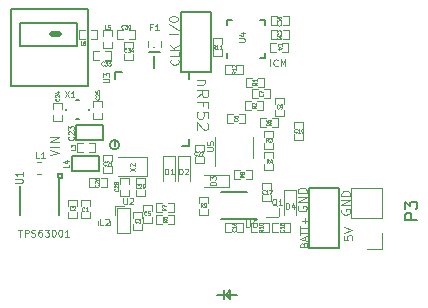
<source format=gto>
G04 #@! TF.GenerationSoftware,KiCad,Pcbnew,(5.0.0)*
G04 #@! TF.CreationDate,2019-04-04T15:00:13-04:00*
G04 #@! TF.ProjectId,motion_ppg,6D6F74696F6E5F7070672E6B69636164,rev?*
G04 #@! TF.SameCoordinates,Original*
G04 #@! TF.FileFunction,Legend,Top*
G04 #@! TF.FilePolarity,Positive*
%FSLAX46Y46*%
G04 Gerber Fmt 4.6, Leading zero omitted, Abs format (unit mm)*
G04 Created by KiCad (PCBNEW (5.0.0)) date 04/04/19 15:00:13*
%MOMM*%
%LPD*%
G01*
G04 APERTURE LIST*
%ADD10C,0.090000*%
%ADD11C,0.070000*%
%ADD12C,0.100000*%
%ADD13C,0.200000*%
%ADD14C,0.150000*%
%ADD15C,0.125000*%
%ADD16C,0.500000*%
%ADD17C,0.120000*%
%ADD18C,0.071120*%
%ADD19C,0.152400*%
%ADD20C,0.127000*%
%ADD21C,0.080000*%
%ADD22C,0.114300*%
%ADD23C,0.092000*%
%ADD24C,0.095000*%
G04 APERTURE END LIST*
D10*
X287817142Y-130381428D02*
X287817142Y-129781428D01*
X288445714Y-130324285D02*
X288417142Y-130352857D01*
X288331428Y-130381428D01*
X288274285Y-130381428D01*
X288188571Y-130352857D01*
X288131428Y-130295714D01*
X288102857Y-130238571D01*
X288074285Y-130124285D01*
X288074285Y-130038571D01*
X288102857Y-129924285D01*
X288131428Y-129867142D01*
X288188571Y-129810000D01*
X288274285Y-129781428D01*
X288331428Y-129781428D01*
X288417142Y-129810000D01*
X288445714Y-129838571D01*
X288702857Y-130381428D02*
X288702857Y-129781428D01*
X288902857Y-130210000D01*
X289102857Y-129781428D01*
X289102857Y-130381428D01*
D11*
X290637142Y-145482857D02*
X290665714Y-145397142D01*
X290694285Y-145368571D01*
X290751428Y-145340000D01*
X290837142Y-145340000D01*
X290894285Y-145368571D01*
X290922857Y-145397142D01*
X290951428Y-145454285D01*
X290951428Y-145682857D01*
X290351428Y-145682857D01*
X290351428Y-145482857D01*
X290380000Y-145425714D01*
X290408571Y-145397142D01*
X290465714Y-145368571D01*
X290522857Y-145368571D01*
X290580000Y-145397142D01*
X290608571Y-145425714D01*
X290637142Y-145482857D01*
X290637142Y-145682857D01*
X290780000Y-145111428D02*
X290780000Y-144825714D01*
X290951428Y-145168571D02*
X290351428Y-144968571D01*
X290951428Y-144768571D01*
X290351428Y-144654285D02*
X290351428Y-144311428D01*
X290951428Y-144482857D02*
X290351428Y-144482857D01*
X290351428Y-144197142D02*
X290351428Y-143854285D01*
X290951428Y-144025714D02*
X290351428Y-144025714D01*
X290722857Y-143654285D02*
X290722857Y-143197142D01*
X290951428Y-143425714D02*
X290494285Y-143425714D01*
D12*
X294029285Y-144712857D02*
X294029285Y-145070000D01*
X294386428Y-145105714D01*
X294350714Y-145070000D01*
X294315000Y-144998571D01*
X294315000Y-144820000D01*
X294350714Y-144748571D01*
X294386428Y-144712857D01*
X294457857Y-144677142D01*
X294636428Y-144677142D01*
X294707857Y-144712857D01*
X294743571Y-144748571D01*
X294779285Y-144820000D01*
X294779285Y-144998571D01*
X294743571Y-145070000D01*
X294707857Y-145105714D01*
X294029285Y-144462857D02*
X294779285Y-144212857D01*
X294029285Y-143962857D01*
X290205000Y-142221428D02*
X290169285Y-142292857D01*
X290169285Y-142400000D01*
X290205000Y-142507142D01*
X290276428Y-142578571D01*
X290347857Y-142614285D01*
X290490714Y-142650000D01*
X290597857Y-142650000D01*
X290740714Y-142614285D01*
X290812142Y-142578571D01*
X290883571Y-142507142D01*
X290919285Y-142400000D01*
X290919285Y-142328571D01*
X290883571Y-142221428D01*
X290847857Y-142185714D01*
X290597857Y-142185714D01*
X290597857Y-142328571D01*
X290919285Y-141864285D02*
X290169285Y-141864285D01*
X290919285Y-141435714D01*
X290169285Y-141435714D01*
X290919285Y-141078571D02*
X290169285Y-141078571D01*
X290169285Y-140900000D01*
X290205000Y-140792857D01*
X290276428Y-140721428D01*
X290347857Y-140685714D01*
X290490714Y-140650000D01*
X290597857Y-140650000D01*
X290740714Y-140685714D01*
X290812142Y-140721428D01*
X290883571Y-140792857D01*
X290919285Y-140900000D01*
X290919285Y-141078571D01*
D10*
X266484285Y-144201428D02*
X266827142Y-144201428D01*
X266655714Y-144801428D02*
X266655714Y-144201428D01*
X267027142Y-144801428D02*
X267027142Y-144201428D01*
X267255714Y-144201428D01*
X267312857Y-144230000D01*
X267341428Y-144258571D01*
X267370000Y-144315714D01*
X267370000Y-144401428D01*
X267341428Y-144458571D01*
X267312857Y-144487142D01*
X267255714Y-144515714D01*
X267027142Y-144515714D01*
X267598571Y-144772857D02*
X267684285Y-144801428D01*
X267827142Y-144801428D01*
X267884285Y-144772857D01*
X267912857Y-144744285D01*
X267941428Y-144687142D01*
X267941428Y-144630000D01*
X267912857Y-144572857D01*
X267884285Y-144544285D01*
X267827142Y-144515714D01*
X267712857Y-144487142D01*
X267655714Y-144458571D01*
X267627142Y-144430000D01*
X267598571Y-144372857D01*
X267598571Y-144315714D01*
X267627142Y-144258571D01*
X267655714Y-144230000D01*
X267712857Y-144201428D01*
X267855714Y-144201428D01*
X267941428Y-144230000D01*
X268455714Y-144201428D02*
X268341428Y-144201428D01*
X268284285Y-144230000D01*
X268255714Y-144258571D01*
X268198571Y-144344285D01*
X268170000Y-144458571D01*
X268170000Y-144687142D01*
X268198571Y-144744285D01*
X268227142Y-144772857D01*
X268284285Y-144801428D01*
X268398571Y-144801428D01*
X268455714Y-144772857D01*
X268484285Y-144744285D01*
X268512857Y-144687142D01*
X268512857Y-144544285D01*
X268484285Y-144487142D01*
X268455714Y-144458571D01*
X268398571Y-144430000D01*
X268284285Y-144430000D01*
X268227142Y-144458571D01*
X268198571Y-144487142D01*
X268170000Y-144544285D01*
X268712857Y-144201428D02*
X269084285Y-144201428D01*
X268884285Y-144430000D01*
X268970000Y-144430000D01*
X269027142Y-144458571D01*
X269055714Y-144487142D01*
X269084285Y-144544285D01*
X269084285Y-144687142D01*
X269055714Y-144744285D01*
X269027142Y-144772857D01*
X268970000Y-144801428D01*
X268798571Y-144801428D01*
X268741428Y-144772857D01*
X268712857Y-144744285D01*
X269455714Y-144201428D02*
X269512857Y-144201428D01*
X269570000Y-144230000D01*
X269598571Y-144258571D01*
X269627142Y-144315714D01*
X269655714Y-144430000D01*
X269655714Y-144572857D01*
X269627142Y-144687142D01*
X269598571Y-144744285D01*
X269570000Y-144772857D01*
X269512857Y-144801428D01*
X269455714Y-144801428D01*
X269398571Y-144772857D01*
X269370000Y-144744285D01*
X269341428Y-144687142D01*
X269312857Y-144572857D01*
X269312857Y-144430000D01*
X269341428Y-144315714D01*
X269370000Y-144258571D01*
X269398571Y-144230000D01*
X269455714Y-144201428D01*
X270027142Y-144201428D02*
X270084285Y-144201428D01*
X270141428Y-144230000D01*
X270170000Y-144258571D01*
X270198571Y-144315714D01*
X270227142Y-144430000D01*
X270227142Y-144572857D01*
X270198571Y-144687142D01*
X270170000Y-144744285D01*
X270141428Y-144772857D01*
X270084285Y-144801428D01*
X270027142Y-144801428D01*
X269970000Y-144772857D01*
X269941428Y-144744285D01*
X269912857Y-144687142D01*
X269884285Y-144572857D01*
X269884285Y-144430000D01*
X269912857Y-144315714D01*
X269941428Y-144258571D01*
X269970000Y-144230000D01*
X270027142Y-144201428D01*
X270798571Y-144801428D02*
X270455714Y-144801428D01*
X270627142Y-144801428D02*
X270627142Y-144201428D01*
X270570000Y-144287142D01*
X270512857Y-144344285D01*
X270455714Y-144372857D01*
D13*
X277550000Y-129140000D02*
X278460000Y-129140000D01*
X277980000Y-128770000D02*
X277980000Y-128700000D01*
X278000000Y-130530000D02*
X278000000Y-129530000D01*
D12*
X279976666Y-127633333D02*
X279276666Y-127633333D01*
X279243333Y-126800000D02*
X280143333Y-127400000D01*
X279276666Y-126433333D02*
X279276666Y-126300000D01*
X279310000Y-126233333D01*
X279376666Y-126166666D01*
X279510000Y-126133333D01*
X279743333Y-126133333D01*
X279876666Y-126166666D01*
X279943333Y-126233333D01*
X279976666Y-126300000D01*
X279976666Y-126433333D01*
X279943333Y-126500000D01*
X279876666Y-126566666D01*
X279743333Y-126600000D01*
X279510000Y-126600000D01*
X279376666Y-126566666D01*
X279310000Y-126500000D01*
X279276666Y-126433333D01*
D13*
X265900000Y-132000000D02*
X265900000Y-125500000D01*
X272400000Y-132000000D02*
X265900000Y-132000000D01*
X272400000Y-125500000D02*
X272400000Y-132000000D01*
X265900000Y-125500000D02*
X272400000Y-125500000D01*
X284232500Y-149712500D02*
X284332500Y-149612500D01*
X284232500Y-149812500D02*
X284332500Y-149812500D01*
D14*
X285032500Y-149712500D02*
X283332500Y-149712500D01*
X283932500Y-150112500D02*
X283932500Y-149312500D01*
D13*
X284432500Y-149312500D02*
X284032500Y-149712500D01*
X284432500Y-150112500D02*
X284032500Y-149712500D01*
X284432500Y-149312500D02*
X284432500Y-150112500D01*
D15*
X282254285Y-131504761D02*
X281587619Y-131504761D01*
X282159047Y-131504761D02*
X282206666Y-131552380D01*
X282254285Y-131647619D01*
X282254285Y-131790476D01*
X282206666Y-131885714D01*
X282111428Y-131933333D01*
X281587619Y-131933333D01*
X281587619Y-132980952D02*
X282063809Y-132647619D01*
X281587619Y-132409523D02*
X282587619Y-132409523D01*
X282587619Y-132790476D01*
X282540000Y-132885714D01*
X282492380Y-132933333D01*
X282397142Y-132980952D01*
X282254285Y-132980952D01*
X282159047Y-132933333D01*
X282111428Y-132885714D01*
X282063809Y-132790476D01*
X282063809Y-132409523D01*
X282111428Y-133742857D02*
X282111428Y-133409523D01*
X281587619Y-133409523D02*
X282587619Y-133409523D01*
X282587619Y-133885714D01*
X282587619Y-134742857D02*
X282587619Y-134266666D01*
X282111428Y-134219047D01*
X282159047Y-134266666D01*
X282206666Y-134361904D01*
X282206666Y-134600000D01*
X282159047Y-134695238D01*
X282111428Y-134742857D01*
X282016190Y-134790476D01*
X281778095Y-134790476D01*
X281682857Y-134742857D01*
X281635238Y-134695238D01*
X281587619Y-134600000D01*
X281587619Y-134361904D01*
X281635238Y-134266666D01*
X281682857Y-134219047D01*
X282492380Y-135171428D02*
X282540000Y-135219047D01*
X282587619Y-135314285D01*
X282587619Y-135552380D01*
X282540000Y-135647619D01*
X282492380Y-135695238D01*
X282397142Y-135742857D01*
X282301904Y-135742857D01*
X282159047Y-135695238D01*
X281587619Y-135123809D01*
X281587619Y-135742857D01*
D13*
X270243607Y-139655000D02*
G75*
G03X270243607Y-139655000I-223607J0D01*
G01*
X275033113Y-137010000D02*
G75*
G03X275033113Y-137010000I-403113J0D01*
G01*
D12*
X280000000Y-129816666D02*
X280033333Y-129850000D01*
X280066666Y-129950000D01*
X280066666Y-130016666D01*
X280033333Y-130116666D01*
X279966666Y-130183333D01*
X279900000Y-130216666D01*
X279766666Y-130250000D01*
X279666666Y-130250000D01*
X279533333Y-130216666D01*
X279466666Y-130183333D01*
X279400000Y-130116666D01*
X279366666Y-130016666D01*
X279366666Y-129950000D01*
X279400000Y-129850000D01*
X279433333Y-129816666D01*
X280066666Y-129183333D02*
X280066666Y-129516666D01*
X279366666Y-129516666D01*
X280066666Y-128950000D02*
X279366666Y-128950000D01*
X280066666Y-128550000D02*
X279666666Y-128850000D01*
X279366666Y-128550000D02*
X279766666Y-128950000D01*
X293875000Y-142491428D02*
X293839285Y-142562857D01*
X293839285Y-142670000D01*
X293875000Y-142777142D01*
X293946428Y-142848571D01*
X294017857Y-142884285D01*
X294160714Y-142920000D01*
X294267857Y-142920000D01*
X294410714Y-142884285D01*
X294482142Y-142848571D01*
X294553571Y-142777142D01*
X294589285Y-142670000D01*
X294589285Y-142598571D01*
X294553571Y-142491428D01*
X294517857Y-142455714D01*
X294267857Y-142455714D01*
X294267857Y-142598571D01*
X294589285Y-142134285D02*
X293839285Y-142134285D01*
X294589285Y-141705714D01*
X293839285Y-141705714D01*
X294589285Y-141348571D02*
X293839285Y-141348571D01*
X293839285Y-141170000D01*
X293875000Y-141062857D01*
X293946428Y-140991428D01*
X294017857Y-140955714D01*
X294160714Y-140920000D01*
X294267857Y-140920000D01*
X294410714Y-140955714D01*
X294482142Y-140991428D01*
X294553571Y-141062857D01*
X294589285Y-141170000D01*
X294589285Y-141348571D01*
X269199285Y-137921428D02*
X269949285Y-137671428D01*
X269199285Y-137421428D01*
X269949285Y-137171428D02*
X269199285Y-137171428D01*
X269949285Y-136814285D02*
X269199285Y-136814285D01*
X269949285Y-136385714D01*
X269199285Y-136385714D01*
D16*
X269900000Y-127673000D02*
X269320000Y-127673000D01*
D17*
G04 #@! TO.C,U5*
X283110000Y-136340000D02*
X283110000Y-138790000D01*
X286330000Y-138140000D02*
X286330000Y-136340000D01*
D18*
G04 #@! TO.C,C10*
X290601000Y-135068000D02*
X290601000Y-135576000D01*
X289839000Y-135068000D02*
X290601000Y-135068000D01*
X289839000Y-135576000D02*
X289839000Y-135068000D01*
X290601000Y-136592000D02*
X290601000Y-136084000D01*
X289839000Y-136592000D02*
X290601000Y-136592000D01*
X289839000Y-136084000D02*
X289839000Y-136592000D01*
G04 #@! TO.C,C9*
X288199000Y-134044000D02*
X288199000Y-134552000D01*
X288199000Y-134552000D02*
X288961000Y-134552000D01*
X288961000Y-134552000D02*
X288961000Y-134044000D01*
X288199000Y-133536000D02*
X288199000Y-133028000D01*
X288199000Y-133028000D02*
X288961000Y-133028000D01*
X288961000Y-133028000D02*
X288961000Y-133536000D01*
G04 #@! TO.C,C7*
X286277580Y-132319000D02*
X286785580Y-132319000D01*
X286277580Y-133081000D02*
X286277580Y-132319000D01*
X286785580Y-133081000D02*
X286277580Y-133081000D01*
X287801580Y-132319000D02*
X287293580Y-132319000D01*
X287801580Y-133081000D02*
X287801580Y-132319000D01*
X287293580Y-133081000D02*
X287801580Y-133081000D01*
G04 #@! TO.C,R8*
X285723580Y-139951000D02*
X286231580Y-139951000D01*
X286231580Y-139951000D02*
X286231580Y-139189000D01*
X286231580Y-139189000D02*
X285723580Y-139189000D01*
X285215580Y-139951000D02*
X284707580Y-139951000D01*
X284707580Y-139951000D02*
X284707580Y-139189000D01*
X284707580Y-139189000D02*
X285215580Y-139189000D01*
G04 #@! TO.C,R6*
X286927580Y-134769000D02*
X287435580Y-134769000D01*
X286927580Y-135531000D02*
X286927580Y-134769000D01*
X287435580Y-135531000D02*
X286927580Y-135531000D01*
X288451580Y-134769000D02*
X287943580Y-134769000D01*
X288451580Y-135531000D02*
X288451580Y-134769000D01*
X287943580Y-135531000D02*
X288451580Y-135531000D01*
G04 #@! TO.C,R4*
X287329000Y-138674000D02*
X287329000Y-139182000D01*
X287329000Y-139182000D02*
X288091000Y-139182000D01*
X288091000Y-139182000D02*
X288091000Y-138674000D01*
X287329000Y-138166000D02*
X287329000Y-137658000D01*
X287329000Y-137658000D02*
X288091000Y-137658000D01*
X288091000Y-137658000D02*
X288091000Y-138166000D01*
G04 #@! TO.C,R3*
X288081000Y-135828000D02*
X288081000Y-136336000D01*
X287319000Y-135828000D02*
X288081000Y-135828000D01*
X287319000Y-136336000D02*
X287319000Y-135828000D01*
X288081000Y-137352000D02*
X288081000Y-136844000D01*
X287319000Y-137352000D02*
X288081000Y-137352000D01*
X287319000Y-136844000D02*
X287319000Y-137352000D01*
G04 #@! TO.C,R2*
X286724420Y-134101000D02*
X287232420Y-134101000D01*
X287232420Y-134101000D02*
X287232420Y-133339000D01*
X287232420Y-133339000D02*
X286724420Y-133339000D01*
X286216420Y-134101000D02*
X285708420Y-134101000D01*
X285708420Y-134101000D02*
X285708420Y-133339000D01*
X285708420Y-133339000D02*
X286216420Y-133339000D01*
G04 #@! TO.C,C6*
X284646000Y-134399000D02*
X284138000Y-134399000D01*
X284138000Y-134399000D02*
X284138000Y-135161000D01*
X284138000Y-135161000D02*
X284646000Y-135161000D01*
X285154000Y-134399000D02*
X285662000Y-134399000D01*
X285662000Y-134399000D02*
X285662000Y-135161000D01*
X285662000Y-135161000D02*
X285154000Y-135161000D01*
G04 #@! TO.C,R1*
X285738420Y-131339000D02*
X286246420Y-131339000D01*
X285738420Y-132101000D02*
X285738420Y-131339000D01*
X286246420Y-132101000D02*
X285738420Y-132101000D01*
X287262420Y-131339000D02*
X286754420Y-131339000D01*
X287262420Y-132101000D02*
X287262420Y-131339000D01*
X286754420Y-132101000D02*
X287262420Y-132101000D01*
D17*
G04 #@! TO.C,U2*
X274670000Y-142190000D02*
X274670000Y-142940000D01*
X274670000Y-142190000D02*
X274670000Y-142190000D01*
X275420000Y-142190000D02*
X274670000Y-142190000D01*
X274870000Y-144490000D02*
X275970000Y-144490000D01*
X275970000Y-142390000D02*
X275970000Y-144490000D01*
X275970000Y-142390000D02*
X274870000Y-142390000D01*
X274870000Y-142390000D02*
X274870000Y-144490000D01*
D18*
G04 #@! TO.C,C5*
X277811000Y-142585580D02*
X277811000Y-142077580D01*
X277811000Y-142077580D02*
X277049000Y-142077580D01*
X277049000Y-142077580D02*
X277049000Y-142585580D01*
X277811000Y-143093580D02*
X277811000Y-143601580D01*
X277811000Y-143601580D02*
X277049000Y-143601580D01*
X277049000Y-143601580D02*
X277049000Y-143093580D01*
G04 #@! TO.C,C3*
X276931000Y-142688420D02*
X276931000Y-143196420D01*
X276169000Y-142688420D02*
X276931000Y-142688420D01*
X276169000Y-143196420D02*
X276169000Y-142688420D01*
X276931000Y-144212420D02*
X276931000Y-143704420D01*
X276169000Y-144212420D02*
X276931000Y-144212420D01*
X276169000Y-143704420D02*
X276169000Y-144212420D01*
D17*
G04 #@! TO.C,L1*
X268079721Y-138440000D02*
X268405279Y-138440000D01*
X268079721Y-139460000D02*
X268405279Y-139460000D01*
D18*
G04 #@! TO.C,C4*
X289352420Y-129141000D02*
X288844420Y-129141000D01*
X289352420Y-128379000D02*
X289352420Y-129141000D01*
X288844420Y-128379000D02*
X289352420Y-128379000D01*
X287828420Y-129141000D02*
X288336420Y-129141000D01*
X287828420Y-128379000D02*
X287828420Y-129141000D01*
X288336420Y-128379000D02*
X287828420Y-128379000D01*
G04 #@! TO.C,C35*
X288863580Y-128031000D02*
X289371580Y-128031000D01*
X289371580Y-128031000D02*
X289371580Y-127269000D01*
X289371580Y-127269000D02*
X288863580Y-127269000D01*
X288355580Y-128031000D02*
X287847580Y-128031000D01*
X287847580Y-128031000D02*
X287847580Y-127269000D01*
X287847580Y-127269000D02*
X288355580Y-127269000D01*
D14*
G04 #@! TO.C,U4*
X287350000Y-129680000D02*
X286950000Y-129680000D01*
X287350000Y-129680000D02*
X287350000Y-129280000D01*
X287350000Y-126480000D02*
X286950000Y-126480000D01*
X287350000Y-126480000D02*
X287350000Y-126880000D01*
X284150000Y-126480000D02*
X284550000Y-126480000D01*
X284150000Y-126480000D02*
X284150000Y-126880000D01*
X284150000Y-129680000D02*
X284150000Y-129280000D01*
D17*
G04 #@! TO.C,P3*
X297320000Y-140640000D02*
X294660000Y-140640000D01*
X297320000Y-143240000D02*
X297320000Y-140640000D01*
X294660000Y-143240000D02*
X294660000Y-140640000D01*
X297320000Y-143240000D02*
X294660000Y-143240000D01*
X297320000Y-144510000D02*
X297320000Y-145840000D01*
X297320000Y-145840000D02*
X295990000Y-145840000D01*
D18*
G04 #@! TO.C,R5*
X278616000Y-142939000D02*
X278108000Y-142939000D01*
X278108000Y-142939000D02*
X278108000Y-143701000D01*
X278108000Y-143701000D02*
X278616000Y-143701000D01*
X279124000Y-142939000D02*
X279632000Y-142939000D01*
X279632000Y-142939000D02*
X279632000Y-143701000D01*
X279632000Y-143701000D02*
X279124000Y-143701000D01*
D17*
G04 #@! TO.C,D4*
X290020000Y-140880000D02*
X289020000Y-140880000D01*
X289020000Y-140880000D02*
X289020000Y-142980000D01*
X290020000Y-140880000D02*
X290020000Y-142980000D01*
D18*
G04 #@! TO.C,C18*
X288506000Y-143629000D02*
X287998000Y-143629000D01*
X287998000Y-143629000D02*
X287998000Y-144391000D01*
X287998000Y-144391000D02*
X288506000Y-144391000D01*
X289014000Y-143629000D02*
X289522000Y-143629000D01*
X289522000Y-143629000D02*
X289522000Y-144391000D01*
X289522000Y-144391000D02*
X289014000Y-144391000D01*
G04 #@! TO.C,R10*
X286726000Y-143629000D02*
X286218000Y-143629000D01*
X286218000Y-143629000D02*
X286218000Y-144391000D01*
X286218000Y-144391000D02*
X286726000Y-144391000D01*
X287234000Y-143629000D02*
X287742000Y-143629000D01*
X287742000Y-143629000D02*
X287742000Y-144391000D01*
X287742000Y-144391000D02*
X287234000Y-144391000D01*
G04 #@! TO.C,C16*
X285004000Y-144401000D02*
X285512000Y-144401000D01*
X285512000Y-144401000D02*
X285512000Y-143639000D01*
X285512000Y-143639000D02*
X285004000Y-143639000D01*
X284496000Y-144401000D02*
X283988000Y-144401000D01*
X283988000Y-144401000D02*
X283988000Y-143639000D01*
X283988000Y-143639000D02*
X284496000Y-143639000D01*
G04 #@! TO.C,R9*
X281759000Y-142444000D02*
X281759000Y-142952000D01*
X281759000Y-142952000D02*
X282521000Y-142952000D01*
X282521000Y-142952000D02*
X282521000Y-142444000D01*
X281759000Y-141936000D02*
X281759000Y-141428000D01*
X281759000Y-141428000D02*
X282521000Y-141428000D01*
X282521000Y-141428000D02*
X282521000Y-141936000D01*
G04 #@! TO.C,C17*
X287109000Y-141274000D02*
X287109000Y-141782000D01*
X287109000Y-141782000D02*
X287871000Y-141782000D01*
X287871000Y-141782000D02*
X287871000Y-141274000D01*
X287109000Y-140766000D02*
X287109000Y-140258000D01*
X287109000Y-140258000D02*
X287871000Y-140258000D01*
X287871000Y-140258000D02*
X287871000Y-140766000D01*
D17*
G04 #@! TO.C,D3*
X284340000Y-140550000D02*
X284340000Y-139550000D01*
X284340000Y-139550000D02*
X282240000Y-139550000D01*
X284340000Y-140550000D02*
X282240000Y-140550000D01*
D18*
G04 #@! TO.C,C22*
X282181000Y-137516000D02*
X282181000Y-137008000D01*
X282181000Y-137008000D02*
X281419000Y-137008000D01*
X281419000Y-137008000D02*
X281419000Y-137516000D01*
X282181000Y-138024000D02*
X282181000Y-138532000D01*
X282181000Y-138532000D02*
X281419000Y-138532000D01*
X281419000Y-138532000D02*
X281419000Y-138024000D01*
G04 #@! TO.C,R7*
X278616420Y-141979000D02*
X278108420Y-141979000D01*
X278108420Y-141979000D02*
X278108420Y-142741000D01*
X278108420Y-142741000D02*
X278616420Y-142741000D01*
X279124420Y-141979000D02*
X279632420Y-141979000D01*
X279632420Y-141979000D02*
X279632420Y-142741000D01*
X279632420Y-142741000D02*
X279124420Y-142741000D01*
D14*
G04 #@! TO.C,U1*
X266670000Y-140525000D02*
X266670000Y-142975000D01*
X269970000Y-139800000D02*
X269970000Y-142975000D01*
D18*
G04 #@! TO.C,C21*
X273689000Y-138854000D02*
X273689000Y-139362000D01*
X273689000Y-139362000D02*
X274451000Y-139362000D01*
X274451000Y-139362000D02*
X274451000Y-138854000D01*
X273689000Y-138346000D02*
X273689000Y-137838000D01*
X273689000Y-137838000D02*
X274451000Y-137838000D01*
X274451000Y-137838000D02*
X274451000Y-138346000D01*
G04 #@! TO.C,R12*
X284984000Y-130991000D02*
X285492000Y-130991000D01*
X285492000Y-130991000D02*
X285492000Y-130229000D01*
X285492000Y-130229000D02*
X284984000Y-130229000D01*
X284476000Y-130991000D02*
X283968000Y-130991000D01*
X283968000Y-130991000D02*
X283968000Y-130229000D01*
X283968000Y-130229000D02*
X284476000Y-130229000D01*
G04 #@! TO.C,R11*
X283691000Y-128485580D02*
X283691000Y-127977580D01*
X283691000Y-127977580D02*
X282929000Y-127977580D01*
X282929000Y-127977580D02*
X282929000Y-128485580D01*
X283691000Y-128993580D02*
X283691000Y-129501580D01*
X283691000Y-129501580D02*
X282929000Y-129501580D01*
X282929000Y-129501580D02*
X282929000Y-128993580D01*
G04 #@! TO.C,C36*
X288864420Y-126911000D02*
X289372420Y-126911000D01*
X289372420Y-126911000D02*
X289372420Y-126149000D01*
X289372420Y-126149000D02*
X288864420Y-126149000D01*
X288356420Y-126911000D02*
X287848420Y-126911000D01*
X287848420Y-126911000D02*
X287848420Y-126149000D01*
X287848420Y-126149000D02*
X288356420Y-126149000D01*
D17*
G04 #@! TO.C,F1*
X277470000Y-128250000D02*
X277470000Y-128750000D01*
X278530000Y-128750000D02*
X278530000Y-128250000D01*
D18*
G04 #@! TO.C,C34*
X275459000Y-129294000D02*
X275459000Y-129802000D01*
X275459000Y-129802000D02*
X276221000Y-129802000D01*
X276221000Y-129802000D02*
X276221000Y-129294000D01*
X275459000Y-128786000D02*
X275459000Y-128278000D01*
X275459000Y-128278000D02*
X276221000Y-128278000D01*
X276221000Y-128278000D02*
X276221000Y-128786000D01*
G04 #@! TO.C,C33*
X273346000Y-129069000D02*
X272838000Y-129069000D01*
X272838000Y-129069000D02*
X272838000Y-129831000D01*
X272838000Y-129831000D02*
X273346000Y-129831000D01*
X273854000Y-129069000D02*
X274362000Y-129069000D01*
X274362000Y-129069000D02*
X274362000Y-129831000D01*
X274362000Y-129831000D02*
X273854000Y-129831000D01*
D19*
G04 #@! TO.C,P2*
X282770000Y-130830000D02*
X280230000Y-130830000D01*
X280230000Y-130830000D02*
X280230000Y-125750000D01*
X280230000Y-125750000D02*
X282770000Y-125750000D01*
X282770000Y-125750000D02*
X282770000Y-130830000D01*
D17*
G04 #@! TO.C,D2*
X280990000Y-137950000D02*
X279990000Y-137950000D01*
X279990000Y-137950000D02*
X279990000Y-140050000D01*
X280990000Y-137950000D02*
X280990000Y-140050000D01*
D18*
G04 #@! TO.C,C2*
X270659000Y-142704000D02*
X270659000Y-143212000D01*
X270659000Y-143212000D02*
X271421000Y-143212000D01*
X271421000Y-143212000D02*
X271421000Y-142704000D01*
X270659000Y-142196000D02*
X270659000Y-141688000D01*
X270659000Y-141688000D02*
X271421000Y-141688000D01*
X271421000Y-141688000D02*
X271421000Y-142196000D01*
G04 #@! TO.C,C1*
X271759000Y-142714000D02*
X271759000Y-143222000D01*
X271759000Y-143222000D02*
X272521000Y-143222000D01*
X272521000Y-143222000D02*
X272521000Y-142714000D01*
X271759000Y-142206000D02*
X271759000Y-141698000D01*
X271759000Y-141698000D02*
X272521000Y-141698000D01*
X272521000Y-141698000D02*
X272521000Y-142206000D01*
D17*
G04 #@! TO.C,D1*
X279740000Y-137950000D02*
X278740000Y-137950000D01*
X278740000Y-137950000D02*
X278740000Y-140050000D01*
X279740000Y-137950000D02*
X279740000Y-140050000D01*
D19*
G04 #@! TO.C,P1*
X293650000Y-145720000D02*
X291110000Y-145720000D01*
X291110000Y-145720000D02*
X291110000Y-140640000D01*
X291110000Y-140640000D02*
X293650000Y-140640000D01*
X293650000Y-140640000D02*
X293650000Y-145720000D01*
D20*
G04 #@! TO.C,L4*
X273313000Y-139255000D02*
X271027000Y-139255000D01*
X271027000Y-139255000D02*
X271027000Y-137985000D01*
X271027000Y-137985000D02*
X273313000Y-137985000D01*
X273313000Y-137985000D02*
X273313000Y-139255000D01*
D14*
G04 #@! TO.C,X1*
X272500000Y-134050000D02*
X272500000Y-134100000D01*
X272500000Y-134050000D02*
X272500000Y-134000000D01*
X270500000Y-134050000D02*
X270500000Y-134100000D01*
X270500000Y-134050000D02*
X270500000Y-134000000D01*
X271500000Y-134850000D02*
X271650000Y-134850000D01*
X271500000Y-134850000D02*
X271350000Y-134850000D01*
X271500000Y-133250000D02*
X271650000Y-133250000D01*
X271500000Y-133250000D02*
X271350000Y-133250000D01*
D18*
G04 #@! TO.C,C28*
X275831000Y-140296000D02*
X275831000Y-139788000D01*
X275831000Y-139788000D02*
X275069000Y-139788000D01*
X275069000Y-139788000D02*
X275069000Y-140296000D01*
X275831000Y-140804000D02*
X275831000Y-141312000D01*
X275831000Y-141312000D02*
X275069000Y-141312000D01*
X275069000Y-141312000D02*
X275069000Y-140804000D01*
G04 #@! TO.C,C26*
X273454000Y-140581000D02*
X273962000Y-140581000D01*
X273962000Y-140581000D02*
X273962000Y-139819000D01*
X273962000Y-139819000D02*
X273454000Y-139819000D01*
X272946000Y-140581000D02*
X272438000Y-140581000D01*
X272438000Y-140581000D02*
X272438000Y-139819000D01*
X272438000Y-139819000D02*
X272946000Y-139819000D01*
G04 #@! TO.C,C24*
X270181000Y-133946000D02*
X270181000Y-133438000D01*
X270181000Y-133438000D02*
X269419000Y-133438000D01*
X269419000Y-133438000D02*
X269419000Y-133946000D01*
X270181000Y-134454000D02*
X270181000Y-134962000D01*
X270181000Y-134962000D02*
X269419000Y-134962000D01*
X269419000Y-134962000D02*
X269419000Y-134454000D01*
G04 #@! TO.C,C25*
X272819000Y-134354000D02*
X272819000Y-134862000D01*
X272819000Y-134862000D02*
X273581000Y-134862000D01*
X273581000Y-134862000D02*
X273581000Y-134354000D01*
X272819000Y-133846000D02*
X272819000Y-133338000D01*
X272819000Y-133338000D02*
X273581000Y-133338000D01*
X273581000Y-133338000D02*
X273581000Y-133846000D01*
G04 #@! TO.C,C29*
X277231000Y-140296000D02*
X277231000Y-139788000D01*
X277231000Y-139788000D02*
X276469000Y-139788000D01*
X276469000Y-139788000D02*
X276469000Y-140296000D01*
X277231000Y-140804000D02*
X277231000Y-141312000D01*
X277231000Y-141312000D02*
X276469000Y-141312000D01*
X276469000Y-141312000D02*
X276469000Y-140804000D01*
D14*
G04 #@! TO.C,A1*
X266645000Y-126673000D02*
X271445000Y-126673000D01*
X271445000Y-126673000D02*
X271445000Y-128673000D01*
X271345000Y-128673000D02*
X266645000Y-128673000D01*
X266645000Y-128673000D02*
X266645000Y-126673000D01*
X271445000Y-128673000D02*
X271345000Y-128673000D01*
D18*
G04 #@! TO.C,L6*
X272654000Y-128081000D02*
X273162000Y-128081000D01*
X273162000Y-128081000D02*
X273162000Y-127319000D01*
X273162000Y-127319000D02*
X272654000Y-127319000D01*
X272146000Y-128081000D02*
X271638000Y-128081000D01*
X271638000Y-128081000D02*
X271638000Y-127319000D01*
X271638000Y-127319000D02*
X272146000Y-127319000D01*
G04 #@! TO.C,L5*
X274381000Y-127846000D02*
X274381000Y-127338000D01*
X274381000Y-127338000D02*
X273619000Y-127338000D01*
X273619000Y-127338000D02*
X273619000Y-127846000D01*
X274381000Y-128354000D02*
X274381000Y-128862000D01*
X274381000Y-128862000D02*
X273619000Y-128862000D01*
X273619000Y-128862000D02*
X273619000Y-128354000D01*
G04 #@! TO.C,C30*
X275854000Y-128081000D02*
X276362000Y-128081000D01*
X276362000Y-128081000D02*
X276362000Y-127319000D01*
X276362000Y-127319000D02*
X275854000Y-127319000D01*
X275346000Y-128081000D02*
X274838000Y-128081000D01*
X274838000Y-128081000D02*
X274838000Y-127319000D01*
X274838000Y-127319000D02*
X275346000Y-127319000D01*
G04 #@! TO.C,L3*
X271926000Y-136889000D02*
X271418000Y-136889000D01*
X271418000Y-136889000D02*
X271418000Y-137651000D01*
X271418000Y-137651000D02*
X271926000Y-137651000D01*
X272434000Y-136889000D02*
X272942000Y-136889000D01*
X272942000Y-136889000D02*
X272942000Y-137651000D01*
X272942000Y-137651000D02*
X272434000Y-137651000D01*
D20*
G04 #@! TO.C,C23*
X273643000Y-136635000D02*
X271357000Y-136635000D01*
X271357000Y-136635000D02*
X271357000Y-135365000D01*
X271357000Y-135365000D02*
X273643000Y-135365000D01*
X273643000Y-135365000D02*
X273643000Y-136635000D01*
D14*
G04 #@! TO.C,U3*
X274675000Y-130875000D02*
X275275000Y-130875000D01*
X280925000Y-137125000D02*
X280325000Y-137125000D01*
X280925000Y-130875000D02*
X280325000Y-130875000D01*
X274675000Y-137125000D02*
X274675000Y-136525000D01*
X280925000Y-137125000D02*
X280925000Y-136525000D01*
X280925000Y-130875000D02*
X280925000Y-131475000D01*
X274675000Y-130875000D02*
X274675000Y-131475000D01*
D17*
G04 #@! TO.C,X2*
X274950000Y-139650000D02*
X277350000Y-139650000D01*
X277350000Y-139650000D02*
X277350000Y-138050000D01*
X277350000Y-138050000D02*
X274950000Y-138050000D01*
D14*
G04 #@! TO.C,U6*
X285835000Y-141015000D02*
X283685000Y-141015000D01*
X286660000Y-143265000D02*
X283685000Y-143265000D01*
D12*
G04 #@! TO.C,Q1*
X288590000Y-143080000D02*
X288590000Y-142380000D01*
X288460000Y-143155000D02*
X287460000Y-143155000D01*
D17*
G04 #@! TO.C,L2*
X273240000Y-143447221D02*
X273240000Y-143772779D01*
X274260000Y-143447221D02*
X274260000Y-143772779D01*
G04 #@! TO.C,U5*
D10*
X282496190Y-137520952D02*
X282900952Y-137520952D01*
X282948571Y-137497142D01*
X282972380Y-137473333D01*
X282996190Y-137425714D01*
X282996190Y-137330476D01*
X282972380Y-137282857D01*
X282948571Y-137259047D01*
X282900952Y-137235238D01*
X282496190Y-137235238D01*
X282496190Y-136759047D02*
X282496190Y-136997142D01*
X282734285Y-137020952D01*
X282710476Y-136997142D01*
X282686666Y-136949523D01*
X282686666Y-136830476D01*
X282710476Y-136782857D01*
X282734285Y-136759047D01*
X282781904Y-136735238D01*
X282900952Y-136735238D01*
X282948571Y-136759047D01*
X282972380Y-136782857D01*
X282996190Y-136830476D01*
X282996190Y-136949523D01*
X282972380Y-136997142D01*
X282948571Y-137020952D01*
G04 #@! TO.C,C10*
D18*
X290044057Y-135955185D02*
X290029542Y-135971877D01*
X289986000Y-135988568D01*
X289956971Y-135988568D01*
X289913428Y-135971877D01*
X289884400Y-135938494D01*
X289869885Y-135905111D01*
X289855371Y-135838345D01*
X289855371Y-135788271D01*
X289869885Y-135721505D01*
X289884400Y-135688122D01*
X289913428Y-135654740D01*
X289956971Y-135638048D01*
X289986000Y-135638048D01*
X290029542Y-135654740D01*
X290044057Y-135671431D01*
X290334342Y-135988568D02*
X290160171Y-135988568D01*
X290247257Y-135988568D02*
X290247257Y-135638048D01*
X290218228Y-135688122D01*
X290189200Y-135721505D01*
X290160171Y-135738197D01*
X290523028Y-135638048D02*
X290552057Y-135638048D01*
X290581085Y-135654740D01*
X290595600Y-135671431D01*
X290610114Y-135704814D01*
X290624628Y-135771580D01*
X290624628Y-135855037D01*
X290610114Y-135921802D01*
X290595600Y-135955185D01*
X290581085Y-135971877D01*
X290552057Y-135988568D01*
X290523028Y-135988568D01*
X290494000Y-135971877D01*
X290479485Y-135955185D01*
X290464971Y-135921802D01*
X290450457Y-135855037D01*
X290450457Y-135771580D01*
X290464971Y-135704814D01*
X290479485Y-135671431D01*
X290494000Y-135654740D01*
X290523028Y-135638048D01*
G04 #@! TO.C,C9*
X288549200Y-133915185D02*
X288534685Y-133931877D01*
X288491142Y-133948568D01*
X288462114Y-133948568D01*
X288418571Y-133931877D01*
X288389542Y-133898494D01*
X288375028Y-133865111D01*
X288360514Y-133798345D01*
X288360514Y-133748271D01*
X288375028Y-133681505D01*
X288389542Y-133648122D01*
X288418571Y-133614740D01*
X288462114Y-133598048D01*
X288491142Y-133598048D01*
X288534685Y-133614740D01*
X288549200Y-133631431D01*
X288694342Y-133948568D02*
X288752400Y-133948568D01*
X288781428Y-133931877D01*
X288795942Y-133915185D01*
X288824971Y-133865111D01*
X288839485Y-133798345D01*
X288839485Y-133664814D01*
X288824971Y-133631431D01*
X288810457Y-133614740D01*
X288781428Y-133598048D01*
X288723371Y-133598048D01*
X288694342Y-133614740D01*
X288679828Y-133631431D01*
X288665314Y-133664814D01*
X288665314Y-133748271D01*
X288679828Y-133781654D01*
X288694342Y-133798345D01*
X288723371Y-133815037D01*
X288781428Y-133815037D01*
X288810457Y-133798345D01*
X288824971Y-133781654D01*
X288839485Y-133748271D01*
G04 #@! TO.C,C7*
X287164765Y-132730800D02*
X287181457Y-132745314D01*
X287198148Y-132788857D01*
X287198148Y-132817885D01*
X287181457Y-132861428D01*
X287148074Y-132890457D01*
X287114691Y-132904971D01*
X287047925Y-132919485D01*
X286997851Y-132919485D01*
X286931085Y-132904971D01*
X286897702Y-132890457D01*
X286864320Y-132861428D01*
X286847628Y-132817885D01*
X286847628Y-132788857D01*
X286864320Y-132745314D01*
X286881011Y-132730800D01*
X286847628Y-132629200D02*
X286847628Y-132426000D01*
X287198148Y-132556628D01*
G04 #@! TO.C,R8*
X285628148Y-139600800D02*
X285461234Y-139702400D01*
X285628148Y-139774971D02*
X285277628Y-139774971D01*
X285277628Y-139658857D01*
X285294320Y-139629828D01*
X285311011Y-139615314D01*
X285344394Y-139600800D01*
X285394468Y-139600800D01*
X285427851Y-139615314D01*
X285444542Y-139629828D01*
X285461234Y-139658857D01*
X285461234Y-139774971D01*
X285427851Y-139426628D02*
X285411160Y-139455657D01*
X285394468Y-139470171D01*
X285361085Y-139484685D01*
X285344394Y-139484685D01*
X285311011Y-139470171D01*
X285294320Y-139455657D01*
X285277628Y-139426628D01*
X285277628Y-139368571D01*
X285294320Y-139339542D01*
X285311011Y-139325028D01*
X285344394Y-139310514D01*
X285361085Y-139310514D01*
X285394468Y-139325028D01*
X285411160Y-139339542D01*
X285427851Y-139368571D01*
X285427851Y-139426628D01*
X285444542Y-139455657D01*
X285461234Y-139470171D01*
X285494617Y-139484685D01*
X285561382Y-139484685D01*
X285594765Y-139470171D01*
X285611457Y-139455657D01*
X285628148Y-139426628D01*
X285628148Y-139368571D01*
X285611457Y-139339542D01*
X285594765Y-139325028D01*
X285561382Y-139310514D01*
X285494617Y-139310514D01*
X285461234Y-139325028D01*
X285444542Y-139339542D01*
X285427851Y-139368571D01*
G04 #@! TO.C,R6*
X287848148Y-135180800D02*
X287681234Y-135282400D01*
X287848148Y-135354971D02*
X287497628Y-135354971D01*
X287497628Y-135238857D01*
X287514320Y-135209828D01*
X287531011Y-135195314D01*
X287564394Y-135180800D01*
X287614468Y-135180800D01*
X287647851Y-135195314D01*
X287664542Y-135209828D01*
X287681234Y-135238857D01*
X287681234Y-135354971D01*
X287497628Y-134919542D02*
X287497628Y-134977600D01*
X287514320Y-135006628D01*
X287531011Y-135021142D01*
X287581085Y-135050171D01*
X287647851Y-135064685D01*
X287781382Y-135064685D01*
X287814765Y-135050171D01*
X287831457Y-135035657D01*
X287848148Y-135006628D01*
X287848148Y-134948571D01*
X287831457Y-134919542D01*
X287814765Y-134905028D01*
X287781382Y-134890514D01*
X287697925Y-134890514D01*
X287664542Y-134905028D01*
X287647851Y-134919542D01*
X287631160Y-134948571D01*
X287631160Y-135006628D01*
X287647851Y-135035657D01*
X287664542Y-135050171D01*
X287697925Y-135064685D01*
G04 #@! TO.C,R4*
X287679200Y-138578568D02*
X287577600Y-138411654D01*
X287505028Y-138578568D02*
X287505028Y-138228048D01*
X287621142Y-138228048D01*
X287650171Y-138244740D01*
X287664685Y-138261431D01*
X287679200Y-138294814D01*
X287679200Y-138344888D01*
X287664685Y-138378271D01*
X287650171Y-138394962D01*
X287621142Y-138411654D01*
X287505028Y-138411654D01*
X287940457Y-138344888D02*
X287940457Y-138578568D01*
X287867885Y-138211357D02*
X287795314Y-138461728D01*
X287984000Y-138461728D01*
G04 #@! TO.C,R3*
X287669200Y-136748568D02*
X287567600Y-136581654D01*
X287495028Y-136748568D02*
X287495028Y-136398048D01*
X287611142Y-136398048D01*
X287640171Y-136414740D01*
X287654685Y-136431431D01*
X287669200Y-136464814D01*
X287669200Y-136514888D01*
X287654685Y-136548271D01*
X287640171Y-136564962D01*
X287611142Y-136581654D01*
X287495028Y-136581654D01*
X287770800Y-136398048D02*
X287959485Y-136398048D01*
X287857885Y-136531580D01*
X287901428Y-136531580D01*
X287930457Y-136548271D01*
X287944971Y-136564962D01*
X287959485Y-136598345D01*
X287959485Y-136681802D01*
X287944971Y-136715185D01*
X287930457Y-136731877D01*
X287901428Y-136748568D01*
X287814342Y-136748568D01*
X287785314Y-136731877D01*
X287770800Y-136715185D01*
G04 #@! TO.C,R2*
X286628988Y-133750800D02*
X286462074Y-133852400D01*
X286628988Y-133924971D02*
X286278468Y-133924971D01*
X286278468Y-133808857D01*
X286295160Y-133779828D01*
X286311851Y-133765314D01*
X286345234Y-133750800D01*
X286395308Y-133750800D01*
X286428691Y-133765314D01*
X286445382Y-133779828D01*
X286462074Y-133808857D01*
X286462074Y-133924971D01*
X286311851Y-133634685D02*
X286295160Y-133620171D01*
X286278468Y-133591142D01*
X286278468Y-133518571D01*
X286295160Y-133489542D01*
X286311851Y-133475028D01*
X286345234Y-133460514D01*
X286378617Y-133460514D01*
X286428691Y-133475028D01*
X286628988Y-133649200D01*
X286628988Y-133460514D01*
G04 #@! TO.C,C6*
X285025185Y-134850800D02*
X285041877Y-134865314D01*
X285058568Y-134908857D01*
X285058568Y-134937885D01*
X285041877Y-134981428D01*
X285008494Y-135010457D01*
X284975111Y-135024971D01*
X284908345Y-135039485D01*
X284858271Y-135039485D01*
X284791505Y-135024971D01*
X284758122Y-135010457D01*
X284724740Y-134981428D01*
X284708048Y-134937885D01*
X284708048Y-134908857D01*
X284724740Y-134865314D01*
X284741431Y-134850800D01*
X284708048Y-134589542D02*
X284708048Y-134647600D01*
X284724740Y-134676628D01*
X284741431Y-134691142D01*
X284791505Y-134720171D01*
X284858271Y-134734685D01*
X284991802Y-134734685D01*
X285025185Y-134720171D01*
X285041877Y-134705657D01*
X285058568Y-134676628D01*
X285058568Y-134618571D01*
X285041877Y-134589542D01*
X285025185Y-134575028D01*
X284991802Y-134560514D01*
X284908345Y-134560514D01*
X284874962Y-134575028D01*
X284858271Y-134589542D01*
X284841580Y-134618571D01*
X284841580Y-134676628D01*
X284858271Y-134705657D01*
X284874962Y-134720171D01*
X284908345Y-134734685D01*
G04 #@! TO.C,R1*
X286658988Y-131750800D02*
X286492074Y-131852400D01*
X286658988Y-131924971D02*
X286308468Y-131924971D01*
X286308468Y-131808857D01*
X286325160Y-131779828D01*
X286341851Y-131765314D01*
X286375234Y-131750800D01*
X286425308Y-131750800D01*
X286458691Y-131765314D01*
X286475382Y-131779828D01*
X286492074Y-131808857D01*
X286492074Y-131924971D01*
X286658988Y-131460514D02*
X286658988Y-131634685D01*
X286658988Y-131547600D02*
X286308468Y-131547600D01*
X286358542Y-131576628D01*
X286391925Y-131605657D01*
X286408617Y-131634685D01*
G04 #@! TO.C,U2*
D10*
X275370952Y-141498809D02*
X275370952Y-141944047D01*
X275397142Y-141996428D01*
X275423333Y-142022619D01*
X275475714Y-142048809D01*
X275580476Y-142048809D01*
X275632857Y-142022619D01*
X275659047Y-141996428D01*
X275685238Y-141944047D01*
X275685238Y-141498809D01*
X275920952Y-141551190D02*
X275947142Y-141525000D01*
X275999523Y-141498809D01*
X276130476Y-141498809D01*
X276182857Y-141525000D01*
X276209047Y-141551190D01*
X276235238Y-141603571D01*
X276235238Y-141655952D01*
X276209047Y-141734523D01*
X275894761Y-142048809D01*
X276235238Y-142048809D01*
G04 #@! TO.C,C5*
D18*
X277339200Y-142964765D02*
X277324685Y-142981457D01*
X277281142Y-142998148D01*
X277252114Y-142998148D01*
X277208571Y-142981457D01*
X277179542Y-142948074D01*
X277165028Y-142914691D01*
X277150514Y-142847925D01*
X277150514Y-142797851D01*
X277165028Y-142731085D01*
X277179542Y-142697702D01*
X277208571Y-142664320D01*
X277252114Y-142647628D01*
X277281142Y-142647628D01*
X277324685Y-142664320D01*
X277339200Y-142681011D01*
X277614971Y-142647628D02*
X277469828Y-142647628D01*
X277455314Y-142814542D01*
X277469828Y-142797851D01*
X277498857Y-142781160D01*
X277571428Y-142781160D01*
X277600457Y-142797851D01*
X277614971Y-142814542D01*
X277629485Y-142847925D01*
X277629485Y-142931382D01*
X277614971Y-142964765D01*
X277600457Y-142981457D01*
X277571428Y-142998148D01*
X277498857Y-142998148D01*
X277469828Y-142981457D01*
X277455314Y-142964765D01*
G04 #@! TO.C,C3*
X276539200Y-143575605D02*
X276524685Y-143592297D01*
X276481142Y-143608988D01*
X276452114Y-143608988D01*
X276408571Y-143592297D01*
X276379542Y-143558914D01*
X276365028Y-143525531D01*
X276350514Y-143458765D01*
X276350514Y-143408691D01*
X276365028Y-143341925D01*
X276379542Y-143308542D01*
X276408571Y-143275160D01*
X276452114Y-143258468D01*
X276481142Y-143258468D01*
X276524685Y-143275160D01*
X276539200Y-143291851D01*
X276640800Y-143258468D02*
X276829485Y-143258468D01*
X276727885Y-143392000D01*
X276771428Y-143392000D01*
X276800457Y-143408691D01*
X276814971Y-143425382D01*
X276829485Y-143458765D01*
X276829485Y-143542222D01*
X276814971Y-143575605D01*
X276800457Y-143592297D01*
X276771428Y-143608988D01*
X276684342Y-143608988D01*
X276655314Y-143592297D01*
X276640800Y-143575605D01*
G04 #@! TO.C,L1*
D10*
X268250833Y-138158809D02*
X267988928Y-138158809D01*
X267988928Y-137608809D01*
X268722261Y-138158809D02*
X268407976Y-138158809D01*
X268565119Y-138158809D02*
X268565119Y-137608809D01*
X268512738Y-137687380D01*
X268460357Y-137739761D01*
X268407976Y-137765952D01*
G04 #@! TO.C,C4*
D18*
X288515234Y-128649200D02*
X288498542Y-128634685D01*
X288481851Y-128591142D01*
X288481851Y-128562114D01*
X288498542Y-128518571D01*
X288531925Y-128489542D01*
X288565308Y-128475028D01*
X288632074Y-128460514D01*
X288682148Y-128460514D01*
X288748914Y-128475028D01*
X288782297Y-128489542D01*
X288815680Y-128518571D01*
X288832371Y-128562114D01*
X288832371Y-128591142D01*
X288815680Y-128634685D01*
X288798988Y-128649200D01*
X288715531Y-128910457D02*
X288481851Y-128910457D01*
X288849062Y-128837885D02*
X288598691Y-128765314D01*
X288598691Y-128954000D01*
G04 #@! TO.C,C35*
X288434394Y-127514057D02*
X288417702Y-127499542D01*
X288401011Y-127456000D01*
X288401011Y-127426971D01*
X288417702Y-127383428D01*
X288451085Y-127354400D01*
X288484468Y-127339885D01*
X288551234Y-127325371D01*
X288601308Y-127325371D01*
X288668074Y-127339885D01*
X288701457Y-127354400D01*
X288734840Y-127383428D01*
X288751531Y-127426971D01*
X288751531Y-127456000D01*
X288734840Y-127499542D01*
X288718148Y-127514057D01*
X288751531Y-127615657D02*
X288751531Y-127804342D01*
X288618000Y-127702742D01*
X288618000Y-127746285D01*
X288601308Y-127775314D01*
X288584617Y-127789828D01*
X288551234Y-127804342D01*
X288467777Y-127804342D01*
X288434394Y-127789828D01*
X288417702Y-127775314D01*
X288401011Y-127746285D01*
X288401011Y-127659200D01*
X288417702Y-127630171D01*
X288434394Y-127615657D01*
X288751531Y-128080114D02*
X288751531Y-127934971D01*
X288584617Y-127920457D01*
X288601308Y-127934971D01*
X288618000Y-127964000D01*
X288618000Y-128036571D01*
X288601308Y-128065600D01*
X288584617Y-128080114D01*
X288551234Y-128094628D01*
X288467777Y-128094628D01*
X288434394Y-128080114D01*
X288417702Y-128065600D01*
X288401011Y-128036571D01*
X288401011Y-127964000D01*
X288417702Y-127934971D01*
X288434394Y-127920457D01*
G04 #@! TO.C,U4*
D10*
X285176190Y-128300952D02*
X285580952Y-128300952D01*
X285628571Y-128277142D01*
X285652380Y-128253333D01*
X285676190Y-128205714D01*
X285676190Y-128110476D01*
X285652380Y-128062857D01*
X285628571Y-128039047D01*
X285580952Y-128015238D01*
X285176190Y-128015238D01*
X285342857Y-127562857D02*
X285676190Y-127562857D01*
X285152380Y-127681904D02*
X285509523Y-127800952D01*
X285509523Y-127491428D01*
G04 #@! TO.C,P3*
D14*
X300252380Y-143348095D02*
X299252380Y-143348095D01*
X299252380Y-142967142D01*
X299300000Y-142871904D01*
X299347619Y-142824285D01*
X299442857Y-142776666D01*
X299585714Y-142776666D01*
X299680952Y-142824285D01*
X299728571Y-142871904D01*
X299776190Y-142967142D01*
X299776190Y-143348095D01*
X299252380Y-142443333D02*
X299252380Y-141824285D01*
X299633333Y-142157619D01*
X299633333Y-142014761D01*
X299680952Y-141919523D01*
X299728571Y-141871904D01*
X299823809Y-141824285D01*
X300061904Y-141824285D01*
X300157142Y-141871904D01*
X300204761Y-141919523D01*
X300252380Y-142014761D01*
X300252380Y-142300476D01*
X300204761Y-142395714D01*
X300157142Y-142443333D01*
G04 #@! TO.C,R5*
D18*
X279048568Y-143400800D02*
X278881654Y-143502400D01*
X279048568Y-143574971D02*
X278698048Y-143574971D01*
X278698048Y-143458857D01*
X278714740Y-143429828D01*
X278731431Y-143415314D01*
X278764814Y-143400800D01*
X278814888Y-143400800D01*
X278848271Y-143415314D01*
X278864962Y-143429828D01*
X278881654Y-143458857D01*
X278881654Y-143574971D01*
X278698048Y-143125028D02*
X278698048Y-143270171D01*
X278864962Y-143284685D01*
X278848271Y-143270171D01*
X278831580Y-143241142D01*
X278831580Y-143168571D01*
X278848271Y-143139542D01*
X278864962Y-143125028D01*
X278898345Y-143110514D01*
X278981802Y-143110514D01*
X279015185Y-143125028D01*
X279031877Y-143139542D01*
X279048568Y-143168571D01*
X279048568Y-143241142D01*
X279031877Y-143270171D01*
X279015185Y-143284685D01*
G04 #@! TO.C,D4*
D12*
X289150952Y-142456190D02*
X289150952Y-141956190D01*
X289270000Y-141956190D01*
X289341428Y-141980000D01*
X289389047Y-142027619D01*
X289412857Y-142075238D01*
X289436666Y-142170476D01*
X289436666Y-142241904D01*
X289412857Y-142337142D01*
X289389047Y-142384761D01*
X289341428Y-142432380D01*
X289270000Y-142456190D01*
X289150952Y-142456190D01*
X289865238Y-142122857D02*
X289865238Y-142456190D01*
X289746190Y-141932380D02*
X289627142Y-142289523D01*
X289936666Y-142289523D01*
G04 #@! TO.C,C18*
D18*
X288935185Y-144205942D02*
X288951877Y-144220457D01*
X288968568Y-144264000D01*
X288968568Y-144293028D01*
X288951877Y-144336571D01*
X288918494Y-144365600D01*
X288885111Y-144380114D01*
X288818345Y-144394628D01*
X288768271Y-144394628D01*
X288701505Y-144380114D01*
X288668122Y-144365600D01*
X288634740Y-144336571D01*
X288618048Y-144293028D01*
X288618048Y-144264000D01*
X288634740Y-144220457D01*
X288651431Y-144205942D01*
X288968568Y-143915657D02*
X288968568Y-144089828D01*
X288968568Y-144002742D02*
X288618048Y-144002742D01*
X288668122Y-144031771D01*
X288701505Y-144060800D01*
X288718197Y-144089828D01*
X288768271Y-143741485D02*
X288751580Y-143770514D01*
X288734888Y-143785028D01*
X288701505Y-143799542D01*
X288684814Y-143799542D01*
X288651431Y-143785028D01*
X288634740Y-143770514D01*
X288618048Y-143741485D01*
X288618048Y-143683428D01*
X288634740Y-143654400D01*
X288651431Y-143639885D01*
X288684814Y-143625371D01*
X288701505Y-143625371D01*
X288734888Y-143639885D01*
X288751580Y-143654400D01*
X288768271Y-143683428D01*
X288768271Y-143741485D01*
X288784962Y-143770514D01*
X288801654Y-143785028D01*
X288835037Y-143799542D01*
X288901802Y-143799542D01*
X288935185Y-143785028D01*
X288951877Y-143770514D01*
X288968568Y-143741485D01*
X288968568Y-143683428D01*
X288951877Y-143654400D01*
X288935185Y-143639885D01*
X288901802Y-143625371D01*
X288835037Y-143625371D01*
X288801654Y-143639885D01*
X288784962Y-143654400D01*
X288768271Y-143683428D01*
G04 #@! TO.C,R10*
X287188568Y-144205942D02*
X287021654Y-144307542D01*
X287188568Y-144380114D02*
X286838048Y-144380114D01*
X286838048Y-144264000D01*
X286854740Y-144234971D01*
X286871431Y-144220457D01*
X286904814Y-144205942D01*
X286954888Y-144205942D01*
X286988271Y-144220457D01*
X287004962Y-144234971D01*
X287021654Y-144264000D01*
X287021654Y-144380114D01*
X287188568Y-143915657D02*
X287188568Y-144089828D01*
X287188568Y-144002742D02*
X286838048Y-144002742D01*
X286888122Y-144031771D01*
X286921505Y-144060800D01*
X286938197Y-144089828D01*
X286838048Y-143726971D02*
X286838048Y-143697942D01*
X286854740Y-143668914D01*
X286871431Y-143654400D01*
X286904814Y-143639885D01*
X286971580Y-143625371D01*
X287055037Y-143625371D01*
X287121802Y-143639885D01*
X287155185Y-143654400D01*
X287171877Y-143668914D01*
X287188568Y-143697942D01*
X287188568Y-143726971D01*
X287171877Y-143756000D01*
X287155185Y-143770514D01*
X287121802Y-143785028D01*
X287055037Y-143799542D01*
X286971580Y-143799542D01*
X286904814Y-143785028D01*
X286871431Y-143770514D01*
X286854740Y-143756000D01*
X286838048Y-143726971D01*
G04 #@! TO.C,C16*
X284875185Y-144175942D02*
X284891877Y-144190457D01*
X284908568Y-144234000D01*
X284908568Y-144263028D01*
X284891877Y-144306571D01*
X284858494Y-144335600D01*
X284825111Y-144350114D01*
X284758345Y-144364628D01*
X284708271Y-144364628D01*
X284641505Y-144350114D01*
X284608122Y-144335600D01*
X284574740Y-144306571D01*
X284558048Y-144263028D01*
X284558048Y-144234000D01*
X284574740Y-144190457D01*
X284591431Y-144175942D01*
X284908568Y-143885657D02*
X284908568Y-144059828D01*
X284908568Y-143972742D02*
X284558048Y-143972742D01*
X284608122Y-144001771D01*
X284641505Y-144030800D01*
X284658197Y-144059828D01*
X284558048Y-143624400D02*
X284558048Y-143682457D01*
X284574740Y-143711485D01*
X284591431Y-143726000D01*
X284641505Y-143755028D01*
X284708271Y-143769542D01*
X284841802Y-143769542D01*
X284875185Y-143755028D01*
X284891877Y-143740514D01*
X284908568Y-143711485D01*
X284908568Y-143653428D01*
X284891877Y-143624400D01*
X284875185Y-143609885D01*
X284841802Y-143595371D01*
X284758345Y-143595371D01*
X284724962Y-143609885D01*
X284708271Y-143624400D01*
X284691580Y-143653428D01*
X284691580Y-143711485D01*
X284708271Y-143740514D01*
X284724962Y-143755028D01*
X284758345Y-143769542D01*
G04 #@! TO.C,R9*
X282089200Y-142298568D02*
X281987600Y-142131654D01*
X281915028Y-142298568D02*
X281915028Y-141948048D01*
X282031142Y-141948048D01*
X282060171Y-141964740D01*
X282074685Y-141981431D01*
X282089200Y-142014814D01*
X282089200Y-142064888D01*
X282074685Y-142098271D01*
X282060171Y-142114962D01*
X282031142Y-142131654D01*
X281915028Y-142131654D01*
X282234342Y-142298568D02*
X282292400Y-142298568D01*
X282321428Y-142281877D01*
X282335942Y-142265185D01*
X282364971Y-142215111D01*
X282379485Y-142148345D01*
X282379485Y-142014814D01*
X282364971Y-141981431D01*
X282350457Y-141964740D01*
X282321428Y-141948048D01*
X282263371Y-141948048D01*
X282234342Y-141964740D01*
X282219828Y-141981431D01*
X282205314Y-142014814D01*
X282205314Y-142098271D01*
X282219828Y-142131654D01*
X282234342Y-142148345D01*
X282263371Y-142165037D01*
X282321428Y-142165037D01*
X282350457Y-142148345D01*
X282364971Y-142131654D01*
X282379485Y-142098271D01*
G04 #@! TO.C,C17*
X287334057Y-141145185D02*
X287319542Y-141161877D01*
X287276000Y-141178568D01*
X287246971Y-141178568D01*
X287203428Y-141161877D01*
X287174400Y-141128494D01*
X287159885Y-141095111D01*
X287145371Y-141028345D01*
X287145371Y-140978271D01*
X287159885Y-140911505D01*
X287174400Y-140878122D01*
X287203428Y-140844740D01*
X287246971Y-140828048D01*
X287276000Y-140828048D01*
X287319542Y-140844740D01*
X287334057Y-140861431D01*
X287624342Y-141178568D02*
X287450171Y-141178568D01*
X287537257Y-141178568D02*
X287537257Y-140828048D01*
X287508228Y-140878122D01*
X287479200Y-140911505D01*
X287450171Y-140928197D01*
X287725942Y-140828048D02*
X287929142Y-140828048D01*
X287798514Y-141178568D01*
G04 #@! TO.C,D3*
D12*
X283216190Y-140419047D02*
X282716190Y-140419047D01*
X282716190Y-140300000D01*
X282740000Y-140228571D01*
X282787619Y-140180952D01*
X282835238Y-140157142D01*
X282930476Y-140133333D01*
X283001904Y-140133333D01*
X283097142Y-140157142D01*
X283144761Y-140180952D01*
X283192380Y-140228571D01*
X283216190Y-140300000D01*
X283216190Y-140419047D01*
X282716190Y-139966666D02*
X282716190Y-139657142D01*
X282906666Y-139823809D01*
X282906666Y-139752380D01*
X282930476Y-139704761D01*
X282954285Y-139680952D01*
X283001904Y-139657142D01*
X283120952Y-139657142D01*
X283168571Y-139680952D01*
X283192380Y-139704761D01*
X283216190Y-139752380D01*
X283216190Y-139895238D01*
X283192380Y-139942857D01*
X283168571Y-139966666D01*
G04 #@! TO.C,C22*
D18*
X281584057Y-137895185D02*
X281569542Y-137911877D01*
X281526000Y-137928568D01*
X281496971Y-137928568D01*
X281453428Y-137911877D01*
X281424400Y-137878494D01*
X281409885Y-137845111D01*
X281395371Y-137778345D01*
X281395371Y-137728271D01*
X281409885Y-137661505D01*
X281424400Y-137628122D01*
X281453428Y-137594740D01*
X281496971Y-137578048D01*
X281526000Y-137578048D01*
X281569542Y-137594740D01*
X281584057Y-137611431D01*
X281700171Y-137611431D02*
X281714685Y-137594740D01*
X281743714Y-137578048D01*
X281816285Y-137578048D01*
X281845314Y-137594740D01*
X281859828Y-137611431D01*
X281874342Y-137644814D01*
X281874342Y-137678197D01*
X281859828Y-137728271D01*
X281685657Y-137928568D01*
X281874342Y-137928568D01*
X281990457Y-137611431D02*
X282004971Y-137594740D01*
X282034000Y-137578048D01*
X282106571Y-137578048D01*
X282135600Y-137594740D01*
X282150114Y-137611431D01*
X282164628Y-137644814D01*
X282164628Y-137678197D01*
X282150114Y-137728271D01*
X281975942Y-137928568D01*
X282164628Y-137928568D01*
G04 #@! TO.C,R7*
X278998988Y-142400800D02*
X278832074Y-142502400D01*
X278998988Y-142574971D02*
X278648468Y-142574971D01*
X278648468Y-142458857D01*
X278665160Y-142429828D01*
X278681851Y-142415314D01*
X278715234Y-142400800D01*
X278765308Y-142400800D01*
X278798691Y-142415314D01*
X278815382Y-142429828D01*
X278832074Y-142458857D01*
X278832074Y-142574971D01*
X278648468Y-142299200D02*
X278648468Y-142096000D01*
X278998988Y-142226628D01*
G04 #@! TO.C,U1*
D21*
X266241428Y-140247142D02*
X266727142Y-140247142D01*
X266784285Y-140218571D01*
X266812857Y-140190000D01*
X266841428Y-140132857D01*
X266841428Y-140018571D01*
X266812857Y-139961428D01*
X266784285Y-139932857D01*
X266727142Y-139904285D01*
X266241428Y-139904285D01*
X266841428Y-139304285D02*
X266841428Y-139647142D01*
X266841428Y-139475714D02*
X266241428Y-139475714D01*
X266327142Y-139532857D01*
X266384285Y-139590000D01*
X266412857Y-139647142D01*
G04 #@! TO.C,C21*
D18*
X273874057Y-138745185D02*
X273859542Y-138761877D01*
X273816000Y-138778568D01*
X273786971Y-138778568D01*
X273743428Y-138761877D01*
X273714400Y-138728494D01*
X273699885Y-138695111D01*
X273685371Y-138628345D01*
X273685371Y-138578271D01*
X273699885Y-138511505D01*
X273714400Y-138478122D01*
X273743428Y-138444740D01*
X273786971Y-138428048D01*
X273816000Y-138428048D01*
X273859542Y-138444740D01*
X273874057Y-138461431D01*
X273990171Y-138461431D02*
X274004685Y-138444740D01*
X274033714Y-138428048D01*
X274106285Y-138428048D01*
X274135314Y-138444740D01*
X274149828Y-138461431D01*
X274164342Y-138494814D01*
X274164342Y-138528197D01*
X274149828Y-138578271D01*
X273975657Y-138778568D01*
X274164342Y-138778568D01*
X274454628Y-138778568D02*
X274280457Y-138778568D01*
X274367542Y-138778568D02*
X274367542Y-138428048D01*
X274338514Y-138478122D01*
X274309485Y-138511505D01*
X274280457Y-138528197D01*
G04 #@! TO.C,R12*
X284908568Y-130805942D02*
X284741654Y-130907542D01*
X284908568Y-130980114D02*
X284558048Y-130980114D01*
X284558048Y-130864000D01*
X284574740Y-130834971D01*
X284591431Y-130820457D01*
X284624814Y-130805942D01*
X284674888Y-130805942D01*
X284708271Y-130820457D01*
X284724962Y-130834971D01*
X284741654Y-130864000D01*
X284741654Y-130980114D01*
X284908568Y-130515657D02*
X284908568Y-130689828D01*
X284908568Y-130602742D02*
X284558048Y-130602742D01*
X284608122Y-130631771D01*
X284641505Y-130660800D01*
X284658197Y-130689828D01*
X284591431Y-130399542D02*
X284574740Y-130385028D01*
X284558048Y-130356000D01*
X284558048Y-130283428D01*
X284574740Y-130254400D01*
X284591431Y-130239885D01*
X284624814Y-130225371D01*
X284658197Y-130225371D01*
X284708271Y-130239885D01*
X284908568Y-130414057D01*
X284908568Y-130225371D01*
G04 #@! TO.C,R11*
X283134057Y-128918148D02*
X283032457Y-128751234D01*
X282959885Y-128918148D02*
X282959885Y-128567628D01*
X283076000Y-128567628D01*
X283105028Y-128584320D01*
X283119542Y-128601011D01*
X283134057Y-128634394D01*
X283134057Y-128684468D01*
X283119542Y-128717851D01*
X283105028Y-128734542D01*
X283076000Y-128751234D01*
X282959885Y-128751234D01*
X283424342Y-128918148D02*
X283250171Y-128918148D01*
X283337257Y-128918148D02*
X283337257Y-128567628D01*
X283308228Y-128617702D01*
X283279200Y-128651085D01*
X283250171Y-128667777D01*
X283714628Y-128918148D02*
X283540457Y-128918148D01*
X283627542Y-128918148D02*
X283627542Y-128567628D01*
X283598514Y-128617702D01*
X283569485Y-128651085D01*
X283540457Y-128667777D01*
G04 #@! TO.C,C36*
X288695605Y-126735942D02*
X288712297Y-126750457D01*
X288728988Y-126794000D01*
X288728988Y-126823028D01*
X288712297Y-126866571D01*
X288678914Y-126895600D01*
X288645531Y-126910114D01*
X288578765Y-126924628D01*
X288528691Y-126924628D01*
X288461925Y-126910114D01*
X288428542Y-126895600D01*
X288395160Y-126866571D01*
X288378468Y-126823028D01*
X288378468Y-126794000D01*
X288395160Y-126750457D01*
X288411851Y-126735942D01*
X288378468Y-126634342D02*
X288378468Y-126445657D01*
X288512000Y-126547257D01*
X288512000Y-126503714D01*
X288528691Y-126474685D01*
X288545382Y-126460171D01*
X288578765Y-126445657D01*
X288662222Y-126445657D01*
X288695605Y-126460171D01*
X288712297Y-126474685D01*
X288728988Y-126503714D01*
X288728988Y-126590800D01*
X288712297Y-126619828D01*
X288695605Y-126634342D01*
X288378468Y-126184400D02*
X288378468Y-126242457D01*
X288395160Y-126271485D01*
X288411851Y-126286000D01*
X288461925Y-126315028D01*
X288528691Y-126329542D01*
X288662222Y-126329542D01*
X288695605Y-126315028D01*
X288712297Y-126300514D01*
X288728988Y-126271485D01*
X288728988Y-126213428D01*
X288712297Y-126184400D01*
X288695605Y-126169885D01*
X288662222Y-126155371D01*
X288578765Y-126155371D01*
X288545382Y-126169885D01*
X288528691Y-126184400D01*
X288512000Y-126213428D01*
X288512000Y-126271485D01*
X288528691Y-126300514D01*
X288545382Y-126315028D01*
X288578765Y-126329542D01*
G04 #@! TO.C,F1*
D12*
X277843333Y-127064285D02*
X277676666Y-127064285D01*
X277676666Y-127326190D02*
X277676666Y-126826190D01*
X277914761Y-126826190D01*
X278367142Y-127326190D02*
X278081428Y-127326190D01*
X278224285Y-127326190D02*
X278224285Y-126826190D01*
X278176666Y-126897619D01*
X278129047Y-126945238D01*
X278081428Y-126969047D01*
G04 #@! TO.C,C34*
D18*
X275644057Y-129165185D02*
X275629542Y-129181877D01*
X275586000Y-129198568D01*
X275556971Y-129198568D01*
X275513428Y-129181877D01*
X275484400Y-129148494D01*
X275469885Y-129115111D01*
X275455371Y-129048345D01*
X275455371Y-128998271D01*
X275469885Y-128931505D01*
X275484400Y-128898122D01*
X275513428Y-128864740D01*
X275556971Y-128848048D01*
X275586000Y-128848048D01*
X275629542Y-128864740D01*
X275644057Y-128881431D01*
X275745657Y-128848048D02*
X275934342Y-128848048D01*
X275832742Y-128981580D01*
X275876285Y-128981580D01*
X275905314Y-128998271D01*
X275919828Y-129014962D01*
X275934342Y-129048345D01*
X275934342Y-129131802D01*
X275919828Y-129165185D01*
X275905314Y-129181877D01*
X275876285Y-129198568D01*
X275789200Y-129198568D01*
X275760171Y-129181877D01*
X275745657Y-129165185D01*
X276195600Y-128964888D02*
X276195600Y-129198568D01*
X276123028Y-128831357D02*
X276050457Y-129081728D01*
X276239142Y-129081728D01*
G04 #@! TO.C,C33*
X273714057Y-130275185D02*
X273699542Y-130291877D01*
X273656000Y-130308568D01*
X273626971Y-130308568D01*
X273583428Y-130291877D01*
X273554400Y-130258494D01*
X273539885Y-130225111D01*
X273525371Y-130158345D01*
X273525371Y-130108271D01*
X273539885Y-130041505D01*
X273554400Y-130008122D01*
X273583428Y-129974740D01*
X273626971Y-129958048D01*
X273656000Y-129958048D01*
X273699542Y-129974740D01*
X273714057Y-129991431D01*
X273815657Y-129958048D02*
X274004342Y-129958048D01*
X273902742Y-130091580D01*
X273946285Y-130091580D01*
X273975314Y-130108271D01*
X273989828Y-130124962D01*
X274004342Y-130158345D01*
X274004342Y-130241802D01*
X273989828Y-130275185D01*
X273975314Y-130291877D01*
X273946285Y-130308568D01*
X273859200Y-130308568D01*
X273830171Y-130291877D01*
X273815657Y-130275185D01*
X274105942Y-129958048D02*
X274294628Y-129958048D01*
X274193028Y-130091580D01*
X274236571Y-130091580D01*
X274265600Y-130108271D01*
X274280114Y-130124962D01*
X274294628Y-130158345D01*
X274294628Y-130241802D01*
X274280114Y-130275185D01*
X274265600Y-130291877D01*
X274236571Y-130308568D01*
X274149485Y-130308568D01*
X274120457Y-130291877D01*
X274105942Y-130275185D01*
G04 #@! TO.C,D2*
D12*
X280120952Y-139526190D02*
X280120952Y-139026190D01*
X280240000Y-139026190D01*
X280311428Y-139050000D01*
X280359047Y-139097619D01*
X280382857Y-139145238D01*
X280406666Y-139240476D01*
X280406666Y-139311904D01*
X280382857Y-139407142D01*
X280359047Y-139454761D01*
X280311428Y-139502380D01*
X280240000Y-139526190D01*
X280120952Y-139526190D01*
X280597142Y-139073809D02*
X280620952Y-139050000D01*
X280668571Y-139026190D01*
X280787619Y-139026190D01*
X280835238Y-139050000D01*
X280859047Y-139073809D01*
X280882857Y-139121428D01*
X280882857Y-139169047D01*
X280859047Y-139240476D01*
X280573333Y-139526190D01*
X280882857Y-139526190D01*
G04 #@! TO.C,C2*
D18*
X271019200Y-142535185D02*
X271004685Y-142551877D01*
X270961142Y-142568568D01*
X270932114Y-142568568D01*
X270888571Y-142551877D01*
X270859542Y-142518494D01*
X270845028Y-142485111D01*
X270830514Y-142418345D01*
X270830514Y-142368271D01*
X270845028Y-142301505D01*
X270859542Y-142268122D01*
X270888571Y-142234740D01*
X270932114Y-142218048D01*
X270961142Y-142218048D01*
X271004685Y-142234740D01*
X271019200Y-142251431D01*
X271135314Y-142251431D02*
X271149828Y-142234740D01*
X271178857Y-142218048D01*
X271251428Y-142218048D01*
X271280457Y-142234740D01*
X271294971Y-142251431D01*
X271309485Y-142284814D01*
X271309485Y-142318197D01*
X271294971Y-142368271D01*
X271120800Y-142568568D01*
X271309485Y-142568568D01*
G04 #@! TO.C,C1*
X272079200Y-142615185D02*
X272064685Y-142631877D01*
X272021142Y-142648568D01*
X271992114Y-142648568D01*
X271948571Y-142631877D01*
X271919542Y-142598494D01*
X271905028Y-142565111D01*
X271890514Y-142498345D01*
X271890514Y-142448271D01*
X271905028Y-142381505D01*
X271919542Y-142348122D01*
X271948571Y-142314740D01*
X271992114Y-142298048D01*
X272021142Y-142298048D01*
X272064685Y-142314740D01*
X272079200Y-142331431D01*
X272369485Y-142648568D02*
X272195314Y-142648568D01*
X272282400Y-142648568D02*
X272282400Y-142298048D01*
X272253371Y-142348122D01*
X272224342Y-142381505D01*
X272195314Y-142398197D01*
G04 #@! TO.C,D1*
D12*
X278895952Y-139526190D02*
X278895952Y-139026190D01*
X279015000Y-139026190D01*
X279086428Y-139050000D01*
X279134047Y-139097619D01*
X279157857Y-139145238D01*
X279181666Y-139240476D01*
X279181666Y-139311904D01*
X279157857Y-139407142D01*
X279134047Y-139454761D01*
X279086428Y-139502380D01*
X279015000Y-139526190D01*
X278895952Y-139526190D01*
X279657857Y-139526190D02*
X279372142Y-139526190D01*
X279515000Y-139526190D02*
X279515000Y-139026190D01*
X279467380Y-139097619D01*
X279419761Y-139145238D01*
X279372142Y-139169047D01*
G04 #@! TO.C,L4*
D22*
X270799809Y-138696200D02*
X270799809Y-138913914D01*
X270291809Y-138913914D01*
X270461142Y-138347857D02*
X270799809Y-138347857D01*
X270267619Y-138456714D02*
X270630476Y-138565571D01*
X270630476Y-138282542D01*
G04 #@! TO.C,X1*
D23*
X270445238Y-132476190D02*
X270778571Y-132976190D01*
X270778571Y-132476190D02*
X270445238Y-132976190D01*
X271230952Y-132976190D02*
X270945238Y-132976190D01*
X271088095Y-132976190D02*
X271088095Y-132476190D01*
X271040476Y-132547619D01*
X270992857Y-132595238D01*
X270945238Y-132619047D01*
G04 #@! TO.C,C28*
D18*
X274925185Y-140745942D02*
X274941877Y-140760457D01*
X274958568Y-140804000D01*
X274958568Y-140833028D01*
X274941877Y-140876571D01*
X274908494Y-140905600D01*
X274875111Y-140920114D01*
X274808345Y-140934628D01*
X274758271Y-140934628D01*
X274691505Y-140920114D01*
X274658122Y-140905600D01*
X274624740Y-140876571D01*
X274608048Y-140833028D01*
X274608048Y-140804000D01*
X274624740Y-140760457D01*
X274641431Y-140745942D01*
X274641431Y-140629828D02*
X274624740Y-140615314D01*
X274608048Y-140586285D01*
X274608048Y-140513714D01*
X274624740Y-140484685D01*
X274641431Y-140470171D01*
X274674814Y-140455657D01*
X274708197Y-140455657D01*
X274758271Y-140470171D01*
X274958568Y-140644342D01*
X274958568Y-140455657D01*
X274758271Y-140281485D02*
X274741580Y-140310514D01*
X274724888Y-140325028D01*
X274691505Y-140339542D01*
X274674814Y-140339542D01*
X274641431Y-140325028D01*
X274624740Y-140310514D01*
X274608048Y-140281485D01*
X274608048Y-140223428D01*
X274624740Y-140194400D01*
X274641431Y-140179885D01*
X274674814Y-140165371D01*
X274691505Y-140165371D01*
X274724888Y-140179885D01*
X274741580Y-140194400D01*
X274758271Y-140223428D01*
X274758271Y-140281485D01*
X274774962Y-140310514D01*
X274791654Y-140325028D01*
X274825037Y-140339542D01*
X274891802Y-140339542D01*
X274925185Y-140325028D01*
X274941877Y-140310514D01*
X274958568Y-140281485D01*
X274958568Y-140223428D01*
X274941877Y-140194400D01*
X274925185Y-140179885D01*
X274891802Y-140165371D01*
X274825037Y-140165371D01*
X274791654Y-140179885D01*
X274774962Y-140194400D01*
X274758271Y-140223428D01*
G04 #@! TO.C,C26*
X273265185Y-140395942D02*
X273281877Y-140410457D01*
X273298568Y-140454000D01*
X273298568Y-140483028D01*
X273281877Y-140526571D01*
X273248494Y-140555600D01*
X273215111Y-140570114D01*
X273148345Y-140584628D01*
X273098271Y-140584628D01*
X273031505Y-140570114D01*
X272998122Y-140555600D01*
X272964740Y-140526571D01*
X272948048Y-140483028D01*
X272948048Y-140454000D01*
X272964740Y-140410457D01*
X272981431Y-140395942D01*
X272981431Y-140279828D02*
X272964740Y-140265314D01*
X272948048Y-140236285D01*
X272948048Y-140163714D01*
X272964740Y-140134685D01*
X272981431Y-140120171D01*
X273014814Y-140105657D01*
X273048197Y-140105657D01*
X273098271Y-140120171D01*
X273298568Y-140294342D01*
X273298568Y-140105657D01*
X272948048Y-139844400D02*
X272948048Y-139902457D01*
X272964740Y-139931485D01*
X272981431Y-139946000D01*
X273031505Y-139975028D01*
X273098271Y-139989542D01*
X273231802Y-139989542D01*
X273265185Y-139975028D01*
X273281877Y-139960514D01*
X273298568Y-139931485D01*
X273298568Y-139873428D01*
X273281877Y-139844400D01*
X273265185Y-139829885D01*
X273231802Y-139815371D01*
X273148345Y-139815371D01*
X273114962Y-139829885D01*
X273098271Y-139844400D01*
X273081580Y-139873428D01*
X273081580Y-139931485D01*
X273098271Y-139960514D01*
X273114962Y-139975028D01*
X273148345Y-139989542D01*
G04 #@! TO.C,C24*
X269925185Y-133095942D02*
X269941877Y-133110457D01*
X269958568Y-133154000D01*
X269958568Y-133183028D01*
X269941877Y-133226571D01*
X269908494Y-133255600D01*
X269875111Y-133270114D01*
X269808345Y-133284628D01*
X269758271Y-133284628D01*
X269691505Y-133270114D01*
X269658122Y-133255600D01*
X269624740Y-133226571D01*
X269608048Y-133183028D01*
X269608048Y-133154000D01*
X269624740Y-133110457D01*
X269641431Y-133095942D01*
X269641431Y-132979828D02*
X269624740Y-132965314D01*
X269608048Y-132936285D01*
X269608048Y-132863714D01*
X269624740Y-132834685D01*
X269641431Y-132820171D01*
X269674814Y-132805657D01*
X269708197Y-132805657D01*
X269758271Y-132820171D01*
X269958568Y-132994342D01*
X269958568Y-132805657D01*
X269724888Y-132544400D02*
X269958568Y-132544400D01*
X269591357Y-132616971D02*
X269841728Y-132689542D01*
X269841728Y-132500857D01*
G04 #@! TO.C,C25*
X273325185Y-132995942D02*
X273341877Y-133010457D01*
X273358568Y-133054000D01*
X273358568Y-133083028D01*
X273341877Y-133126571D01*
X273308494Y-133155600D01*
X273275111Y-133170114D01*
X273208345Y-133184628D01*
X273158271Y-133184628D01*
X273091505Y-133170114D01*
X273058122Y-133155600D01*
X273024740Y-133126571D01*
X273008048Y-133083028D01*
X273008048Y-133054000D01*
X273024740Y-133010457D01*
X273041431Y-132995942D01*
X273041431Y-132879828D02*
X273024740Y-132865314D01*
X273008048Y-132836285D01*
X273008048Y-132763714D01*
X273024740Y-132734685D01*
X273041431Y-132720171D01*
X273074814Y-132705657D01*
X273108197Y-132705657D01*
X273158271Y-132720171D01*
X273358568Y-132894342D01*
X273358568Y-132705657D01*
X273008048Y-132429885D02*
X273008048Y-132575028D01*
X273174962Y-132589542D01*
X273158271Y-132575028D01*
X273141580Y-132546000D01*
X273141580Y-132473428D01*
X273158271Y-132444400D01*
X273174962Y-132429885D01*
X273208345Y-132415371D01*
X273291802Y-132415371D01*
X273325185Y-132429885D01*
X273341877Y-132444400D01*
X273358568Y-132473428D01*
X273358568Y-132546000D01*
X273341877Y-132575028D01*
X273325185Y-132589542D01*
G04 #@! TO.C,C29*
X276614057Y-140675185D02*
X276599542Y-140691877D01*
X276556000Y-140708568D01*
X276526971Y-140708568D01*
X276483428Y-140691877D01*
X276454400Y-140658494D01*
X276439885Y-140625111D01*
X276425371Y-140558345D01*
X276425371Y-140508271D01*
X276439885Y-140441505D01*
X276454400Y-140408122D01*
X276483428Y-140374740D01*
X276526971Y-140358048D01*
X276556000Y-140358048D01*
X276599542Y-140374740D01*
X276614057Y-140391431D01*
X276730171Y-140391431D02*
X276744685Y-140374740D01*
X276773714Y-140358048D01*
X276846285Y-140358048D01*
X276875314Y-140374740D01*
X276889828Y-140391431D01*
X276904342Y-140424814D01*
X276904342Y-140458197D01*
X276889828Y-140508271D01*
X276715657Y-140708568D01*
X276904342Y-140708568D01*
X277049485Y-140708568D02*
X277107542Y-140708568D01*
X277136571Y-140691877D01*
X277151085Y-140675185D01*
X277180114Y-140625111D01*
X277194628Y-140558345D01*
X277194628Y-140424814D01*
X277180114Y-140391431D01*
X277165600Y-140374740D01*
X277136571Y-140358048D01*
X277078514Y-140358048D01*
X277049485Y-140374740D01*
X277034971Y-140391431D01*
X277020457Y-140424814D01*
X277020457Y-140508271D01*
X277034971Y-140541654D01*
X277049485Y-140558345D01*
X277078514Y-140575037D01*
X277136571Y-140575037D01*
X277165600Y-140558345D01*
X277180114Y-140541654D01*
X277194628Y-140508271D01*
G04 #@! TO.C,L6*
X271899200Y-128558568D02*
X271754057Y-128558568D01*
X271754057Y-128208048D01*
X272131428Y-128208048D02*
X272073371Y-128208048D01*
X272044342Y-128224740D01*
X272029828Y-128241431D01*
X272000800Y-128291505D01*
X271986285Y-128358271D01*
X271986285Y-128491802D01*
X272000800Y-128525185D01*
X272015314Y-128541877D01*
X272044342Y-128558568D01*
X272102400Y-128558568D01*
X272131428Y-128541877D01*
X272145942Y-128525185D01*
X272160457Y-128491802D01*
X272160457Y-128408345D01*
X272145942Y-128374962D01*
X272131428Y-128358271D01*
X272102400Y-128341580D01*
X272044342Y-128341580D01*
X272015314Y-128358271D01*
X272000800Y-128374962D01*
X271986285Y-128408345D01*
G04 #@! TO.C,L5*
X273969200Y-127248568D02*
X273824057Y-127248568D01*
X273824057Y-126898048D01*
X274215942Y-126898048D02*
X274070800Y-126898048D01*
X274056285Y-127064962D01*
X274070800Y-127048271D01*
X274099828Y-127031580D01*
X274172400Y-127031580D01*
X274201428Y-127048271D01*
X274215942Y-127064962D01*
X274230457Y-127098345D01*
X274230457Y-127181802D01*
X274215942Y-127215185D01*
X274201428Y-127231877D01*
X274172400Y-127248568D01*
X274099828Y-127248568D01*
X274070800Y-127231877D01*
X274056285Y-127215185D01*
G04 #@! TO.C,C30*
X275404057Y-127165185D02*
X275389542Y-127181877D01*
X275346000Y-127198568D01*
X275316971Y-127198568D01*
X275273428Y-127181877D01*
X275244400Y-127148494D01*
X275229885Y-127115111D01*
X275215371Y-127048345D01*
X275215371Y-126998271D01*
X275229885Y-126931505D01*
X275244400Y-126898122D01*
X275273428Y-126864740D01*
X275316971Y-126848048D01*
X275346000Y-126848048D01*
X275389542Y-126864740D01*
X275404057Y-126881431D01*
X275505657Y-126848048D02*
X275694342Y-126848048D01*
X275592742Y-126981580D01*
X275636285Y-126981580D01*
X275665314Y-126998271D01*
X275679828Y-127014962D01*
X275694342Y-127048345D01*
X275694342Y-127131802D01*
X275679828Y-127165185D01*
X275665314Y-127181877D01*
X275636285Y-127198568D01*
X275549200Y-127198568D01*
X275520171Y-127181877D01*
X275505657Y-127165185D01*
X275883028Y-126848048D02*
X275912057Y-126848048D01*
X275941085Y-126864740D01*
X275955600Y-126881431D01*
X275970114Y-126914814D01*
X275984628Y-126981580D01*
X275984628Y-127065037D01*
X275970114Y-127131802D01*
X275955600Y-127165185D01*
X275941085Y-127181877D01*
X275912057Y-127198568D01*
X275883028Y-127198568D01*
X275854000Y-127181877D01*
X275839485Y-127165185D01*
X275824971Y-127131802D01*
X275810457Y-127065037D01*
X275810457Y-126981580D01*
X275824971Y-126914814D01*
X275839485Y-126881431D01*
X275854000Y-126864740D01*
X275883028Y-126848048D01*
G04 #@! TO.C,L3*
X271288568Y-137270800D02*
X271288568Y-137415942D01*
X270938048Y-137415942D01*
X270938048Y-137198228D02*
X270938048Y-137009542D01*
X271071580Y-137111142D01*
X271071580Y-137067600D01*
X271088271Y-137038571D01*
X271104962Y-137024057D01*
X271138345Y-137009542D01*
X271221802Y-137009542D01*
X271255185Y-137024057D01*
X271271877Y-137038571D01*
X271288568Y-137067600D01*
X271288568Y-137154685D01*
X271271877Y-137183714D01*
X271255185Y-137198228D01*
G04 #@! TO.C,C23*
D22*
X271151428Y-136313914D02*
X271175619Y-136335685D01*
X271199809Y-136401000D01*
X271199809Y-136444542D01*
X271175619Y-136509857D01*
X271127238Y-136553400D01*
X271078857Y-136575171D01*
X270982095Y-136596942D01*
X270909523Y-136596942D01*
X270812761Y-136575171D01*
X270764380Y-136553400D01*
X270716000Y-136509857D01*
X270691809Y-136444542D01*
X270691809Y-136401000D01*
X270716000Y-136335685D01*
X270740190Y-136313914D01*
X270740190Y-136139742D02*
X270716000Y-136117971D01*
X270691809Y-136074428D01*
X270691809Y-135965571D01*
X270716000Y-135922028D01*
X270740190Y-135900257D01*
X270788571Y-135878485D01*
X270836952Y-135878485D01*
X270909523Y-135900257D01*
X271199809Y-136161514D01*
X271199809Y-135878485D01*
X270691809Y-135726085D02*
X270691809Y-135443057D01*
X270885333Y-135595457D01*
X270885333Y-135530142D01*
X270909523Y-135486600D01*
X270933714Y-135464828D01*
X270982095Y-135443057D01*
X271103047Y-135443057D01*
X271151428Y-135464828D01*
X271175619Y-135486600D01*
X271199809Y-135530142D01*
X271199809Y-135660771D01*
X271175619Y-135704314D01*
X271151428Y-135726085D01*
G04 #@! TO.C,U3*
D24*
X273696190Y-131730952D02*
X274100952Y-131730952D01*
X274148571Y-131707142D01*
X274172380Y-131683333D01*
X274196190Y-131635714D01*
X274196190Y-131540476D01*
X274172380Y-131492857D01*
X274148571Y-131469047D01*
X274100952Y-131445238D01*
X273696190Y-131445238D01*
X273696190Y-131254761D02*
X273696190Y-130945238D01*
X273886666Y-131111904D01*
X273886666Y-131040476D01*
X273910476Y-130992857D01*
X273934285Y-130969047D01*
X273981904Y-130945238D01*
X274100952Y-130945238D01*
X274148571Y-130969047D01*
X274172380Y-130992857D01*
X274196190Y-131040476D01*
X274196190Y-131183333D01*
X274172380Y-131230952D01*
X274148571Y-131254761D01*
G04 #@! TO.C,X2*
D12*
X275930952Y-139223809D02*
X276330952Y-138957142D01*
X275930952Y-138957142D02*
X276330952Y-139223809D01*
X275969047Y-138823809D02*
X275950000Y-138804761D01*
X275930952Y-138766666D01*
X275930952Y-138671428D01*
X275950000Y-138633333D01*
X275969047Y-138614285D01*
X276007142Y-138595238D01*
X276045238Y-138595238D01*
X276102380Y-138614285D01*
X276330952Y-138842857D01*
X276330952Y-138595238D01*
G04 #@! TO.C,U6*
D21*
X285722857Y-143391428D02*
X285722857Y-143877142D01*
X285751428Y-143934285D01*
X285780000Y-143962857D01*
X285837142Y-143991428D01*
X285951428Y-143991428D01*
X286008571Y-143962857D01*
X286037142Y-143934285D01*
X286065714Y-143877142D01*
X286065714Y-143391428D01*
X286608571Y-143391428D02*
X286494285Y-143391428D01*
X286437142Y-143420000D01*
X286408571Y-143448571D01*
X286351428Y-143534285D01*
X286322857Y-143648571D01*
X286322857Y-143877142D01*
X286351428Y-143934285D01*
X286380000Y-143962857D01*
X286437142Y-143991428D01*
X286551428Y-143991428D01*
X286608571Y-143962857D01*
X286637142Y-143934285D01*
X286665714Y-143877142D01*
X286665714Y-143734285D01*
X286637142Y-143677142D01*
X286608571Y-143648571D01*
X286551428Y-143620000D01*
X286437142Y-143620000D01*
X286380000Y-143648571D01*
X286351428Y-143677142D01*
X286322857Y-143734285D01*
G04 #@! TO.C,Q1*
X288362380Y-142163809D02*
X288314761Y-142140000D01*
X288267142Y-142092380D01*
X288195714Y-142020952D01*
X288148095Y-141997142D01*
X288100476Y-141997142D01*
X288124285Y-142116190D02*
X288076666Y-142092380D01*
X288029047Y-142044761D01*
X288005238Y-141949523D01*
X288005238Y-141782857D01*
X288029047Y-141687619D01*
X288076666Y-141640000D01*
X288124285Y-141616190D01*
X288219523Y-141616190D01*
X288267142Y-141640000D01*
X288314761Y-141687619D01*
X288338571Y-141782857D01*
X288338571Y-141949523D01*
X288314761Y-142044761D01*
X288267142Y-142092380D01*
X288219523Y-142116190D01*
X288124285Y-142116190D01*
X288814761Y-142116190D02*
X288529047Y-142116190D01*
X288671904Y-142116190D02*
X288671904Y-141616190D01*
X288624285Y-141687619D01*
X288576666Y-141735238D01*
X288529047Y-141759047D01*
G04 #@! TO.C,L2*
D10*
X273688333Y-143828809D02*
X273426428Y-143828809D01*
X273426428Y-143278809D01*
X273845476Y-143331190D02*
X273871666Y-143305000D01*
X273924047Y-143278809D01*
X274055000Y-143278809D01*
X274107380Y-143305000D01*
X274133571Y-143331190D01*
X274159761Y-143383571D01*
X274159761Y-143435952D01*
X274133571Y-143514523D01*
X273819285Y-143828809D01*
X274159761Y-143828809D01*
G04 #@! TD*
M02*

</source>
